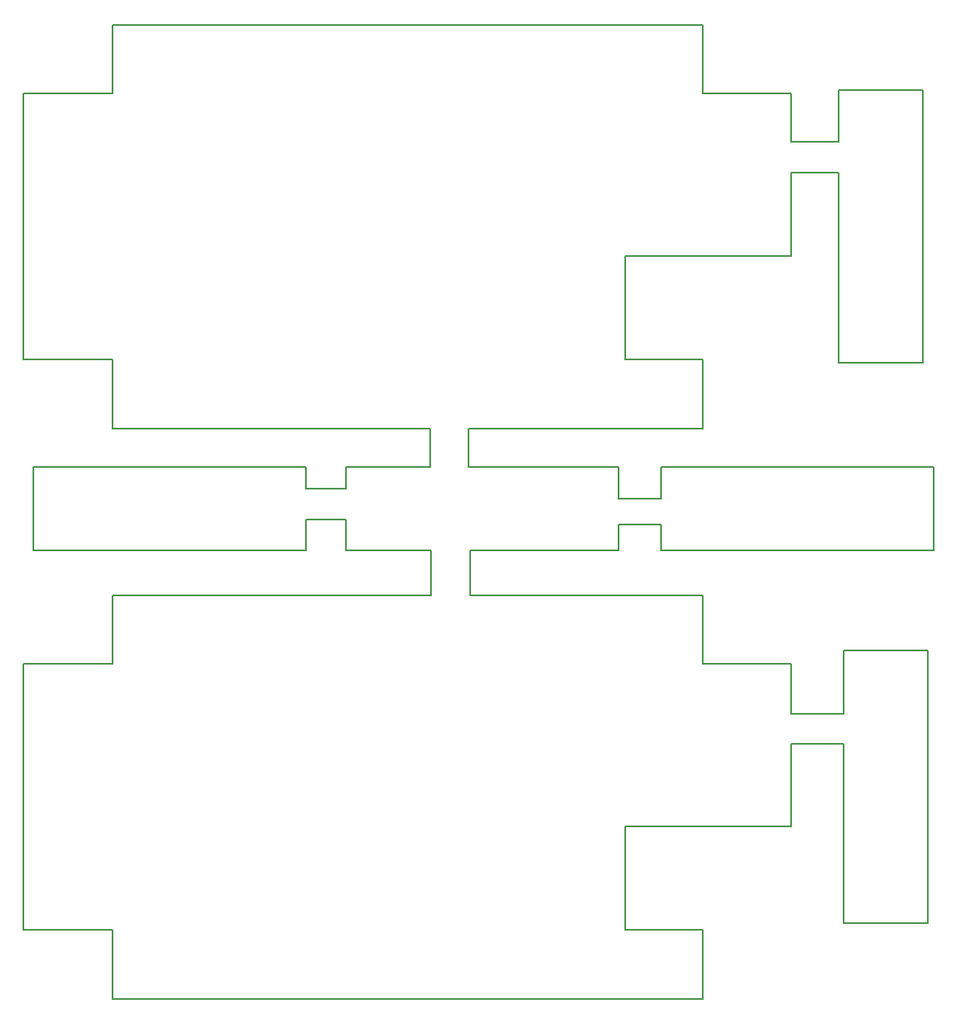
<source format=gbr>
G04 #@! TF.FileFunction,Profile,NP*
%FSLAX46Y46*%
G04 Gerber Fmt 4.6, Leading zero omitted, Abs format (unit mm)*
G04 Created by KiCad (PCBNEW 4.0.4-stable) date Tue Nov 29 23:59:09 2016*
%MOMM*%
%LPD*%
G01*
G04 APERTURE LIST*
%ADD10C,0.100000*%
%ADD11C,0.150000*%
G04 APERTURE END LIST*
D10*
D11*
X96977200Y-84836000D02*
X120642500Y-84836000D01*
X96977200Y-80314800D02*
X96977200Y-84836000D01*
X112064800Y-80314800D02*
X96977200Y-80314800D01*
X93014800Y-80327500D02*
X93014800Y-84836000D01*
X96875600Y-71831200D02*
X112115600Y-71831200D01*
X96875600Y-67919600D02*
X96875600Y-71831200D01*
X120642500Y-67919600D02*
X96875600Y-67919600D01*
X92964000Y-67924000D02*
X92964000Y-71818500D01*
X134924800Y-96875600D02*
X134924800Y-90487500D01*
X129641600Y-96875600D02*
X134924800Y-96875600D01*
X129641600Y-91836000D02*
X129641600Y-96875600D01*
X129642500Y-99974400D02*
X134937500Y-99974400D01*
X134467600Y-38811200D02*
X134467600Y-33591500D01*
X129641600Y-38811200D02*
X134467600Y-38811200D01*
X129641600Y-33924000D02*
X129641600Y-38811200D01*
X129642500Y-41960800D02*
X134429500Y-41960800D01*
X116433600Y-77673200D02*
X116433600Y-80327500D01*
X112064800Y-77673200D02*
X116433600Y-77673200D01*
X112064800Y-80314800D02*
X112064800Y-77673200D01*
X116433600Y-75082400D02*
X116433600Y-71818500D01*
X112115600Y-75082400D02*
X116433600Y-75082400D01*
X112115600Y-71831200D02*
X112115600Y-75082400D01*
X84378800Y-77175000D02*
X84378800Y-80327500D01*
X80327500Y-77175000D02*
X80327500Y-80327500D01*
X80327500Y-77175000D02*
X84378800Y-77175000D01*
X80327500Y-74000000D02*
X84391500Y-74000000D01*
X134937500Y-99974400D02*
X134937500Y-118173500D01*
X143446500Y-90487500D02*
X134924800Y-90487500D01*
X143446500Y-90487500D02*
X143446500Y-118173500D01*
X143446500Y-118173500D02*
X134937500Y-118173500D01*
X142938500Y-61277500D02*
X134429500Y-61277500D01*
X142938500Y-33591500D02*
X142938500Y-61277500D01*
X142938500Y-33591500D02*
X134467600Y-33591500D01*
X134429500Y-41960800D02*
X134429500Y-61277500D01*
X144081500Y-71818500D02*
X116433600Y-71818500D01*
X144081500Y-80327500D02*
X144081500Y-71818500D01*
X144081500Y-80327500D02*
X116433600Y-80327500D01*
X84391500Y-74000000D02*
X84391500Y-71818500D01*
X93014800Y-80327500D02*
X84378800Y-80327500D01*
X92964000Y-71818500D02*
X84391500Y-71818500D01*
X60642500Y-84836000D02*
X93014800Y-84836000D01*
X60642500Y-125836000D02*
X120642500Y-125836000D01*
X129642500Y-99974400D02*
X129642500Y-108336000D01*
X120642500Y-84836000D02*
X120642500Y-91836000D01*
X120642500Y-91836000D02*
X129641600Y-91836000D01*
X120642500Y-118836000D02*
X120642500Y-125836000D01*
X51642500Y-91836000D02*
X51642500Y-118836000D01*
X51642500Y-91836000D02*
X60642500Y-91836000D01*
X60642500Y-84836000D02*
X60642500Y-91836000D01*
X51642500Y-118836000D02*
X60642500Y-118836000D01*
X60642500Y-118836000D02*
X60642500Y-125836000D01*
X129642500Y-108336000D02*
X112776000Y-108336000D01*
X112776000Y-108336000D02*
X112776000Y-118836000D01*
X112776000Y-118836000D02*
X120642500Y-118836000D01*
X112776000Y-60924000D02*
X120642500Y-60924000D01*
X112776000Y-50424000D02*
X112776000Y-60924000D01*
X129642500Y-50424000D02*
X112776000Y-50424000D01*
X60642500Y-60924000D02*
X60642500Y-67924000D01*
X51642500Y-60924000D02*
X60642500Y-60924000D01*
X60642500Y-26924000D02*
X60642500Y-33924000D01*
X51642500Y-33924000D02*
X60642500Y-33924000D01*
X51642500Y-33924000D02*
X51642500Y-60924000D01*
X120642500Y-60924000D02*
X120642500Y-67919600D01*
X120642500Y-33924000D02*
X129641600Y-33924000D01*
X120642500Y-26924000D02*
X120642500Y-33924000D01*
X129642500Y-41960800D02*
X129642500Y-50424000D01*
X60642500Y-67924000D02*
X92964000Y-67924000D01*
X60642500Y-26924000D02*
X120642500Y-26924000D01*
X80327500Y-71818500D02*
X52641500Y-71818500D01*
X80327500Y-74000000D02*
X80327500Y-71818500D01*
X80327500Y-80327500D02*
X52641500Y-80327500D01*
X52641500Y-80327500D02*
X52641500Y-71818500D01*
M02*

</source>
